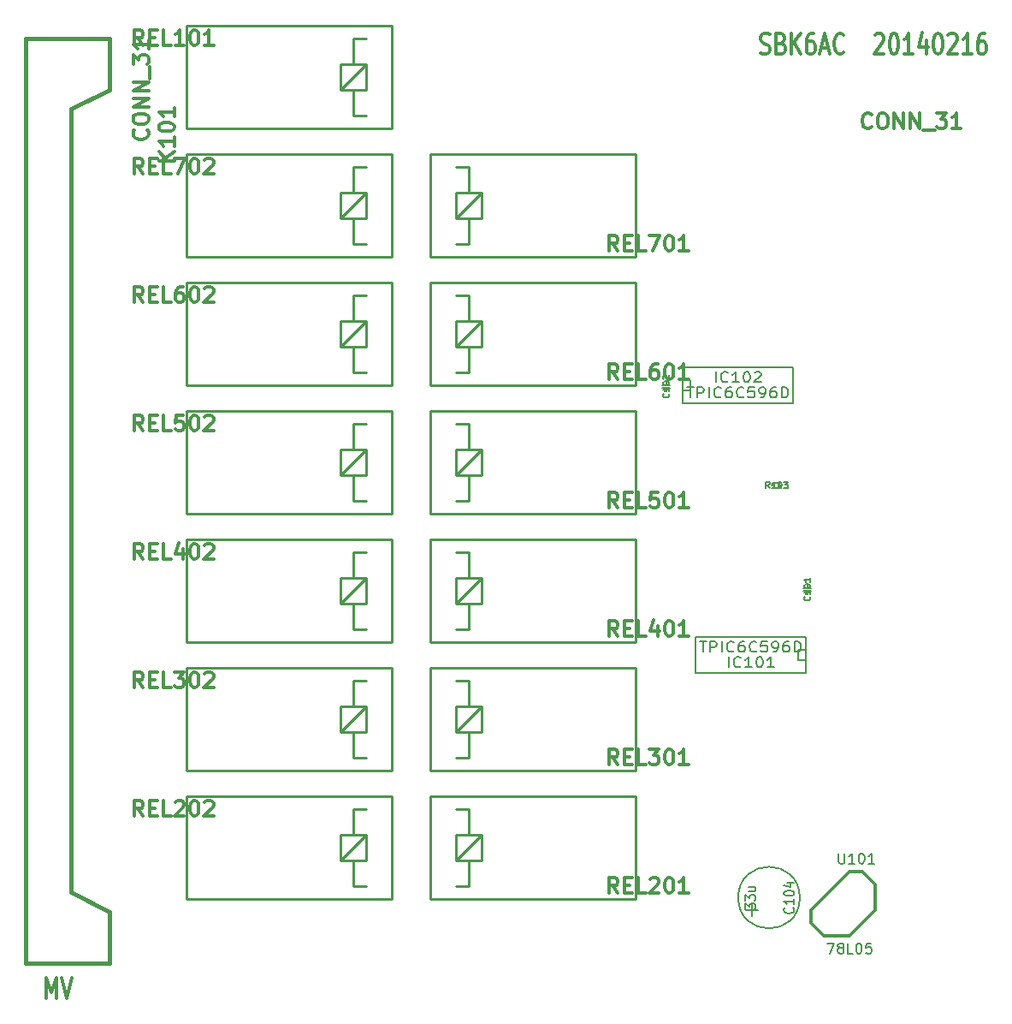
<source format=gto>
G04 #@! TF.GenerationSoftware,KiCad,Pcbnew,(5.1.5)-3*
G04 #@! TF.CreationDate,2021-08-30T19:45:08+02:00*
G04 #@! TF.ProjectId,sbk6ac,73626b36-6163-42e6-9b69-6361645f7063,0432 -*
G04 #@! TF.SameCoordinates,Original*
G04 #@! TF.FileFunction,Legend,Top*
G04 #@! TF.FilePolarity,Positive*
%FSLAX46Y46*%
G04 Gerber Fmt 4.6, Leading zero omitted, Abs format (unit mm)*
G04 Created by KiCad (PCBNEW (5.1.5)-3) date 2021-08-30 19:45:08*
%MOMM*%
%LPD*%
G04 APERTURE LIST*
%ADD10C,0.304800*%
%ADD11C,0.254000*%
%ADD12C,0.127000*%
%ADD13C,0.381000*%
%ADD14C,0.203200*%
G04 APERTURE END LIST*
D10*
X68688857Y-150779238D02*
X68688857Y-148747238D01*
X69196857Y-150198666D01*
X69704857Y-148747238D01*
X69704857Y-150779238D01*
X70212857Y-148747238D02*
X70720857Y-150779238D01*
X71228857Y-148747238D01*
X150694571Y-55595761D02*
X150767142Y-55499000D01*
X150912285Y-55402238D01*
X151275142Y-55402238D01*
X151420285Y-55499000D01*
X151492857Y-55595761D01*
X151565428Y-55789285D01*
X151565428Y-55982809D01*
X151492857Y-56273095D01*
X150622000Y-57434238D01*
X151565428Y-57434238D01*
X152508857Y-55402238D02*
X152654000Y-55402238D01*
X152799142Y-55499000D01*
X152871714Y-55595761D01*
X152944285Y-55789285D01*
X153016857Y-56176333D01*
X153016857Y-56660142D01*
X152944285Y-57047190D01*
X152871714Y-57240714D01*
X152799142Y-57337476D01*
X152654000Y-57434238D01*
X152508857Y-57434238D01*
X152363714Y-57337476D01*
X152291142Y-57240714D01*
X152218571Y-57047190D01*
X152146000Y-56660142D01*
X152146000Y-56176333D01*
X152218571Y-55789285D01*
X152291142Y-55595761D01*
X152363714Y-55499000D01*
X152508857Y-55402238D01*
X154468285Y-57434238D02*
X153597428Y-57434238D01*
X154032857Y-57434238D02*
X154032857Y-55402238D01*
X153887714Y-55692523D01*
X153742571Y-55886047D01*
X153597428Y-55982809D01*
X155774571Y-56079571D02*
X155774571Y-57434238D01*
X155411714Y-55305476D02*
X155048857Y-56756904D01*
X155992285Y-56756904D01*
X156863142Y-55402238D02*
X157008285Y-55402238D01*
X157153428Y-55499000D01*
X157226000Y-55595761D01*
X157298571Y-55789285D01*
X157371142Y-56176333D01*
X157371142Y-56660142D01*
X157298571Y-57047190D01*
X157226000Y-57240714D01*
X157153428Y-57337476D01*
X157008285Y-57434238D01*
X156863142Y-57434238D01*
X156718000Y-57337476D01*
X156645428Y-57240714D01*
X156572857Y-57047190D01*
X156500285Y-56660142D01*
X156500285Y-56176333D01*
X156572857Y-55789285D01*
X156645428Y-55595761D01*
X156718000Y-55499000D01*
X156863142Y-55402238D01*
X157951714Y-55595761D02*
X158024285Y-55499000D01*
X158169428Y-55402238D01*
X158532285Y-55402238D01*
X158677428Y-55499000D01*
X158750000Y-55595761D01*
X158822571Y-55789285D01*
X158822571Y-55982809D01*
X158750000Y-56273095D01*
X157879142Y-57434238D01*
X158822571Y-57434238D01*
X160274000Y-57434238D02*
X159403142Y-57434238D01*
X159838571Y-57434238D02*
X159838571Y-55402238D01*
X159693428Y-55692523D01*
X159548285Y-55886047D01*
X159403142Y-55982809D01*
X161580285Y-55402238D02*
X161290000Y-55402238D01*
X161144857Y-55499000D01*
X161072285Y-55595761D01*
X160927142Y-55886047D01*
X160854571Y-56273095D01*
X160854571Y-57047190D01*
X160927142Y-57240714D01*
X160999714Y-57337476D01*
X161144857Y-57434238D01*
X161435142Y-57434238D01*
X161580285Y-57337476D01*
X161652857Y-57240714D01*
X161725428Y-57047190D01*
X161725428Y-56563380D01*
X161652857Y-56369857D01*
X161580285Y-56273095D01*
X161435142Y-56176333D01*
X161144857Y-56176333D01*
X160999714Y-56273095D01*
X160927142Y-56369857D01*
X160854571Y-56563380D01*
X139409714Y-57337476D02*
X139627428Y-57434238D01*
X139990285Y-57434238D01*
X140135428Y-57337476D01*
X140208000Y-57240714D01*
X140280571Y-57047190D01*
X140280571Y-56853666D01*
X140208000Y-56660142D01*
X140135428Y-56563380D01*
X139990285Y-56466619D01*
X139700000Y-56369857D01*
X139554857Y-56273095D01*
X139482285Y-56176333D01*
X139409714Y-55982809D01*
X139409714Y-55789285D01*
X139482285Y-55595761D01*
X139554857Y-55499000D01*
X139700000Y-55402238D01*
X140062857Y-55402238D01*
X140280571Y-55499000D01*
X141441714Y-56369857D02*
X141659428Y-56466619D01*
X141732000Y-56563380D01*
X141804571Y-56756904D01*
X141804571Y-57047190D01*
X141732000Y-57240714D01*
X141659428Y-57337476D01*
X141514285Y-57434238D01*
X140933714Y-57434238D01*
X140933714Y-55402238D01*
X141441714Y-55402238D01*
X141586857Y-55499000D01*
X141659428Y-55595761D01*
X141732000Y-55789285D01*
X141732000Y-55982809D01*
X141659428Y-56176333D01*
X141586857Y-56273095D01*
X141441714Y-56369857D01*
X140933714Y-56369857D01*
X142457714Y-57434238D02*
X142457714Y-55402238D01*
X143328571Y-57434238D02*
X142675428Y-56273095D01*
X143328571Y-55402238D02*
X142457714Y-56563380D01*
X144634857Y-55402238D02*
X144344571Y-55402238D01*
X144199428Y-55499000D01*
X144126857Y-55595761D01*
X143981714Y-55886047D01*
X143909142Y-56273095D01*
X143909142Y-57047190D01*
X143981714Y-57240714D01*
X144054285Y-57337476D01*
X144199428Y-57434238D01*
X144489714Y-57434238D01*
X144634857Y-57337476D01*
X144707428Y-57240714D01*
X144780000Y-57047190D01*
X144780000Y-56563380D01*
X144707428Y-56369857D01*
X144634857Y-56273095D01*
X144489714Y-56176333D01*
X144199428Y-56176333D01*
X144054285Y-56273095D01*
X143981714Y-56369857D01*
X143909142Y-56563380D01*
X145360571Y-56853666D02*
X146086285Y-56853666D01*
X145215428Y-57434238D02*
X145723428Y-55402238D01*
X146231428Y-57434238D01*
X147610285Y-57240714D02*
X147537714Y-57337476D01*
X147320000Y-57434238D01*
X147174857Y-57434238D01*
X146957142Y-57337476D01*
X146812000Y-57143952D01*
X146739428Y-56950428D01*
X146666857Y-56563380D01*
X146666857Y-56273095D01*
X146739428Y-55886047D01*
X146812000Y-55692523D01*
X146957142Y-55499000D01*
X147174857Y-55402238D01*
X147320000Y-55402238D01*
X147537714Y-55499000D01*
X147610285Y-55595761D01*
X149479000Y-138303000D02*
X148209000Y-138303000D01*
X150749000Y-139573000D02*
X149479000Y-138303000D01*
X150749000Y-142113000D02*
X150749000Y-139573000D01*
X148209000Y-144653000D02*
X150749000Y-142113000D01*
X145669000Y-144653000D02*
X148209000Y-144653000D01*
X144399000Y-143383000D02*
X145669000Y-144653000D01*
X144399000Y-142113000D02*
X144399000Y-143383000D01*
X148209000Y-138303000D02*
X144399000Y-142113000D01*
D11*
X97790000Y-73660000D02*
X99060000Y-73660000D01*
X97790000Y-71120000D02*
X97790000Y-73660000D01*
X100330000Y-71120000D02*
X97790000Y-71120000D01*
X100330000Y-73660000D02*
X100330000Y-71120000D01*
X99060000Y-73660000D02*
X100330000Y-73660000D01*
X99060000Y-74930000D02*
X99060000Y-73660000D01*
X99060000Y-76200000D02*
X99060000Y-74930000D01*
X100330000Y-76200000D02*
X99060000Y-76200000D01*
X99060000Y-68580000D02*
X100330000Y-68580000D01*
X99060000Y-71120000D02*
X99060000Y-68580000D01*
X100330000Y-71120000D02*
X97790000Y-73660000D01*
X82550000Y-77470000D02*
X102870000Y-77470000D01*
X82550000Y-67310000D02*
X82550000Y-77470000D01*
X102870000Y-67310000D02*
X82550000Y-67310000D01*
X102870000Y-77470000D02*
X102870000Y-67310000D01*
X111760000Y-71120000D02*
X110490000Y-71120000D01*
X111760000Y-73660000D02*
X111760000Y-71120000D01*
X109220000Y-73660000D02*
X111760000Y-73660000D01*
X109220000Y-71120000D02*
X109220000Y-73660000D01*
X110490000Y-71120000D02*
X109220000Y-71120000D01*
X110490000Y-69850000D02*
X110490000Y-71120000D01*
X110490000Y-68580000D02*
X110490000Y-69850000D01*
X109220000Y-68580000D02*
X110490000Y-68580000D01*
X110490000Y-76200000D02*
X109220000Y-76200000D01*
X110490000Y-73660000D02*
X110490000Y-76200000D01*
X109220000Y-73660000D02*
X111760000Y-71120000D01*
X127000000Y-67310000D02*
X106680000Y-67310000D01*
X127000000Y-77470000D02*
X127000000Y-67310000D01*
X106680000Y-77470000D02*
X127000000Y-77470000D01*
X106680000Y-67310000D02*
X106680000Y-77470000D01*
X97790000Y-86360000D02*
X99060000Y-86360000D01*
X97790000Y-83820000D02*
X97790000Y-86360000D01*
X100330000Y-83820000D02*
X97790000Y-83820000D01*
X100330000Y-86360000D02*
X100330000Y-83820000D01*
X99060000Y-86360000D02*
X100330000Y-86360000D01*
X99060000Y-87630000D02*
X99060000Y-86360000D01*
X99060000Y-88900000D02*
X99060000Y-87630000D01*
X100330000Y-88900000D02*
X99060000Y-88900000D01*
X99060000Y-81280000D02*
X100330000Y-81280000D01*
X99060000Y-83820000D02*
X99060000Y-81280000D01*
X100330000Y-83820000D02*
X97790000Y-86360000D01*
X82550000Y-90170000D02*
X102870000Y-90170000D01*
X82550000Y-80010000D02*
X82550000Y-90170000D01*
X102870000Y-80010000D02*
X82550000Y-80010000D01*
X102870000Y-90170000D02*
X102870000Y-80010000D01*
X111760000Y-83820000D02*
X110490000Y-83820000D01*
X111760000Y-86360000D02*
X111760000Y-83820000D01*
X109220000Y-86360000D02*
X111760000Y-86360000D01*
X109220000Y-83820000D02*
X109220000Y-86360000D01*
X110490000Y-83820000D02*
X109220000Y-83820000D01*
X110490000Y-82550000D02*
X110490000Y-83820000D01*
X110490000Y-81280000D02*
X110490000Y-82550000D01*
X109220000Y-81280000D02*
X110490000Y-81280000D01*
X110490000Y-88900000D02*
X109220000Y-88900000D01*
X110490000Y-86360000D02*
X110490000Y-88900000D01*
X109220000Y-86360000D02*
X111760000Y-83820000D01*
X127000000Y-80010000D02*
X106680000Y-80010000D01*
X127000000Y-90170000D02*
X127000000Y-80010000D01*
X106680000Y-90170000D02*
X127000000Y-90170000D01*
X106680000Y-80010000D02*
X106680000Y-90170000D01*
X97790000Y-99060000D02*
X99060000Y-99060000D01*
X97790000Y-96520000D02*
X97790000Y-99060000D01*
X100330000Y-96520000D02*
X97790000Y-96520000D01*
X100330000Y-99060000D02*
X100330000Y-96520000D01*
X99060000Y-99060000D02*
X100330000Y-99060000D01*
X99060000Y-100330000D02*
X99060000Y-99060000D01*
X99060000Y-101600000D02*
X99060000Y-100330000D01*
X100330000Y-101600000D02*
X99060000Y-101600000D01*
X99060000Y-93980000D02*
X100330000Y-93980000D01*
X99060000Y-96520000D02*
X99060000Y-93980000D01*
X100330000Y-96520000D02*
X97790000Y-99060000D01*
X82550000Y-102870000D02*
X102870000Y-102870000D01*
X82550000Y-92710000D02*
X82550000Y-102870000D01*
X102870000Y-92710000D02*
X82550000Y-92710000D01*
X102870000Y-102870000D02*
X102870000Y-92710000D01*
X111760000Y-96520000D02*
X110490000Y-96520000D01*
X111760000Y-99060000D02*
X111760000Y-96520000D01*
X109220000Y-99060000D02*
X111760000Y-99060000D01*
X109220000Y-96520000D02*
X109220000Y-99060000D01*
X110490000Y-96520000D02*
X109220000Y-96520000D01*
X110490000Y-95250000D02*
X110490000Y-96520000D01*
X110490000Y-93980000D02*
X110490000Y-95250000D01*
X109220000Y-93980000D02*
X110490000Y-93980000D01*
X110490000Y-101600000D02*
X109220000Y-101600000D01*
X110490000Y-99060000D02*
X110490000Y-101600000D01*
X109220000Y-99060000D02*
X111760000Y-96520000D01*
X127000000Y-92710000D02*
X106680000Y-92710000D01*
X127000000Y-102870000D02*
X127000000Y-92710000D01*
X106680000Y-102870000D02*
X127000000Y-102870000D01*
X106680000Y-92710000D02*
X106680000Y-102870000D01*
X97790000Y-111760000D02*
X99060000Y-111760000D01*
X97790000Y-109220000D02*
X97790000Y-111760000D01*
X100330000Y-109220000D02*
X97790000Y-109220000D01*
X100330000Y-111760000D02*
X100330000Y-109220000D01*
X99060000Y-111760000D02*
X100330000Y-111760000D01*
X99060000Y-113030000D02*
X99060000Y-111760000D01*
X99060000Y-114300000D02*
X99060000Y-113030000D01*
X100330000Y-114300000D02*
X99060000Y-114300000D01*
X99060000Y-106680000D02*
X100330000Y-106680000D01*
X99060000Y-109220000D02*
X99060000Y-106680000D01*
X100330000Y-109220000D02*
X97790000Y-111760000D01*
X82550000Y-115570000D02*
X102870000Y-115570000D01*
X82550000Y-105410000D02*
X82550000Y-115570000D01*
X102870000Y-105410000D02*
X82550000Y-105410000D01*
X102870000Y-115570000D02*
X102870000Y-105410000D01*
X111760000Y-109220000D02*
X110490000Y-109220000D01*
X111760000Y-111760000D02*
X111760000Y-109220000D01*
X109220000Y-111760000D02*
X111760000Y-111760000D01*
X109220000Y-109220000D02*
X109220000Y-111760000D01*
X110490000Y-109220000D02*
X109220000Y-109220000D01*
X110490000Y-107950000D02*
X110490000Y-109220000D01*
X110490000Y-106680000D02*
X110490000Y-107950000D01*
X109220000Y-106680000D02*
X110490000Y-106680000D01*
X110490000Y-114300000D02*
X109220000Y-114300000D01*
X110490000Y-111760000D02*
X110490000Y-114300000D01*
X109220000Y-111760000D02*
X111760000Y-109220000D01*
X127000000Y-105410000D02*
X106680000Y-105410000D01*
X127000000Y-115570000D02*
X127000000Y-105410000D01*
X106680000Y-115570000D02*
X127000000Y-115570000D01*
X106680000Y-105410000D02*
X106680000Y-115570000D01*
X97790000Y-124460000D02*
X99060000Y-124460000D01*
X97790000Y-121920000D02*
X97790000Y-124460000D01*
X100330000Y-121920000D02*
X97790000Y-121920000D01*
X100330000Y-124460000D02*
X100330000Y-121920000D01*
X99060000Y-124460000D02*
X100330000Y-124460000D01*
X99060000Y-125730000D02*
X99060000Y-124460000D01*
X99060000Y-127000000D02*
X99060000Y-125730000D01*
X100330000Y-127000000D02*
X99060000Y-127000000D01*
X99060000Y-119380000D02*
X100330000Y-119380000D01*
X99060000Y-121920000D02*
X99060000Y-119380000D01*
X100330000Y-121920000D02*
X97790000Y-124460000D01*
X82550000Y-128270000D02*
X102870000Y-128270000D01*
X82550000Y-118110000D02*
X82550000Y-128270000D01*
X102870000Y-118110000D02*
X82550000Y-118110000D01*
X102870000Y-128270000D02*
X102870000Y-118110000D01*
X111760000Y-121920000D02*
X110490000Y-121920000D01*
X111760000Y-124460000D02*
X111760000Y-121920000D01*
X109220000Y-124460000D02*
X111760000Y-124460000D01*
X109220000Y-121920000D02*
X109220000Y-124460000D01*
X110490000Y-121920000D02*
X109220000Y-121920000D01*
X110490000Y-120650000D02*
X110490000Y-121920000D01*
X110490000Y-119380000D02*
X110490000Y-120650000D01*
X109220000Y-119380000D02*
X110490000Y-119380000D01*
X110490000Y-127000000D02*
X109220000Y-127000000D01*
X110490000Y-124460000D02*
X110490000Y-127000000D01*
X109220000Y-124460000D02*
X111760000Y-121920000D01*
X127000000Y-118110000D02*
X106680000Y-118110000D01*
X127000000Y-128270000D02*
X127000000Y-118110000D01*
X106680000Y-128270000D02*
X127000000Y-128270000D01*
X106680000Y-118110000D02*
X106680000Y-128270000D01*
X97790000Y-137160000D02*
X99060000Y-137160000D01*
X97790000Y-134620000D02*
X97790000Y-137160000D01*
X100330000Y-134620000D02*
X97790000Y-134620000D01*
X100330000Y-137160000D02*
X100330000Y-134620000D01*
X99060000Y-137160000D02*
X100330000Y-137160000D01*
X99060000Y-138430000D02*
X99060000Y-137160000D01*
X99060000Y-139700000D02*
X99060000Y-138430000D01*
X100330000Y-139700000D02*
X99060000Y-139700000D01*
X99060000Y-132080000D02*
X100330000Y-132080000D01*
X99060000Y-134620000D02*
X99060000Y-132080000D01*
X100330000Y-134620000D02*
X97790000Y-137160000D01*
X82550000Y-140970000D02*
X102870000Y-140970000D01*
X82550000Y-130810000D02*
X82550000Y-140970000D01*
X102870000Y-130810000D02*
X82550000Y-130810000D01*
X102870000Y-140970000D02*
X102870000Y-130810000D01*
X111760000Y-134620000D02*
X110490000Y-134620000D01*
X111760000Y-137160000D02*
X111760000Y-134620000D01*
X109220000Y-137160000D02*
X111760000Y-137160000D01*
X109220000Y-134620000D02*
X109220000Y-137160000D01*
X110490000Y-134620000D02*
X109220000Y-134620000D01*
X110490000Y-133350000D02*
X110490000Y-134620000D01*
X110490000Y-132080000D02*
X110490000Y-133350000D01*
X109220000Y-132080000D02*
X110490000Y-132080000D01*
X110490000Y-139700000D02*
X109220000Y-139700000D01*
X110490000Y-137160000D02*
X110490000Y-139700000D01*
X109220000Y-137160000D02*
X111760000Y-134620000D01*
X127000000Y-130810000D02*
X106680000Y-130810000D01*
X127000000Y-140970000D02*
X127000000Y-130810000D01*
X106680000Y-140970000D02*
X127000000Y-140970000D01*
X106680000Y-130810000D02*
X106680000Y-140970000D01*
X97790000Y-60960000D02*
X99060000Y-60960000D01*
X97790000Y-58420000D02*
X97790000Y-60960000D01*
X100330000Y-58420000D02*
X97790000Y-58420000D01*
X100330000Y-60960000D02*
X100330000Y-58420000D01*
X99060000Y-60960000D02*
X100330000Y-60960000D01*
X99060000Y-62230000D02*
X99060000Y-60960000D01*
X99060000Y-63500000D02*
X99060000Y-62230000D01*
X100330000Y-63500000D02*
X99060000Y-63500000D01*
X99060000Y-55880000D02*
X100330000Y-55880000D01*
X99060000Y-58420000D02*
X99060000Y-55880000D01*
X100330000Y-58420000D02*
X97790000Y-60960000D01*
X82550000Y-64770000D02*
X102870000Y-64770000D01*
X82550000Y-54610000D02*
X82550000Y-64770000D01*
X102870000Y-54610000D02*
X82550000Y-54610000D01*
X102870000Y-64770000D02*
X102870000Y-54610000D01*
D12*
X141224000Y-99822000D02*
X140716000Y-99822000D01*
X141224000Y-100330000D02*
X141224000Y-99822000D01*
X140716000Y-100330000D02*
X141224000Y-100330000D01*
X140716000Y-100203000D02*
X140716000Y-100330000D01*
X140716000Y-99822000D02*
X140716000Y-100203000D01*
X140462000Y-100076000D02*
X140716000Y-100076000D01*
X141224000Y-100076000D02*
X141478000Y-100076000D01*
D13*
X74930000Y-55880000D02*
X66675000Y-55880000D01*
X74930000Y-60960000D02*
X74930000Y-55880000D01*
X71120000Y-62865000D02*
X74930000Y-60960000D01*
X71120000Y-140335000D02*
X71120000Y-62865000D01*
X74930000Y-142240000D02*
X71120000Y-140335000D01*
X74930000Y-147320000D02*
X74930000Y-142240000D01*
X66675000Y-147320000D02*
X74930000Y-147320000D01*
X66675000Y-55880000D02*
X66675000Y-147320000D01*
D14*
X132461000Y-90678000D02*
X131699000Y-90678000D01*
X132461000Y-89662000D02*
X132461000Y-90678000D01*
X131699000Y-89662000D02*
X132461000Y-89662000D01*
X131699000Y-91948000D02*
X131699000Y-88392000D01*
X142621000Y-91948000D02*
X131699000Y-91948000D01*
X142621000Y-88392000D02*
X142621000Y-91948000D01*
X131699000Y-88392000D02*
X142621000Y-88392000D01*
X143129000Y-116332000D02*
X143891000Y-116332000D01*
X143129000Y-117348000D02*
X143129000Y-116332000D01*
X143891000Y-117348000D02*
X143129000Y-117348000D01*
X143891000Y-115062000D02*
X143891000Y-118618000D01*
X132969000Y-115062000D02*
X143891000Y-115062000D01*
X132969000Y-118618000D02*
X132969000Y-115062000D01*
X143891000Y-118618000D02*
X132969000Y-118618000D01*
X143256000Y-140843000D02*
G75*
G03X143256000Y-140843000I-3048000J0D01*
G01*
D12*
X129667000Y-90424000D02*
X130429000Y-90424000D01*
X130048000Y-90424000D02*
X129667000Y-90424000D01*
X130048000Y-90805000D02*
X130048000Y-90424000D01*
X129667000Y-90170000D02*
X130429000Y-90170000D01*
X130048000Y-90170000D02*
X130048000Y-89789000D01*
X143637000Y-110490000D02*
X144399000Y-110490000D01*
X144018000Y-110490000D02*
X143637000Y-110490000D01*
X144018000Y-110871000D02*
X144018000Y-110490000D01*
X143637000Y-110236000D02*
X144399000Y-110236000D01*
X144018000Y-110236000D02*
X144018000Y-109855000D01*
D14*
X147102285Y-136476619D02*
X147102285Y-137299095D01*
X147150666Y-137395857D01*
X147199047Y-137444238D01*
X147295809Y-137492619D01*
X147489333Y-137492619D01*
X147586095Y-137444238D01*
X147634476Y-137395857D01*
X147682857Y-137299095D01*
X147682857Y-136476619D01*
X148698857Y-137492619D02*
X148118285Y-137492619D01*
X148408571Y-137492619D02*
X148408571Y-136476619D01*
X148311809Y-136621761D01*
X148215047Y-136718523D01*
X148118285Y-136766904D01*
X149327809Y-136476619D02*
X149424571Y-136476619D01*
X149521333Y-136525000D01*
X149569714Y-136573380D01*
X149618095Y-136670142D01*
X149666476Y-136863666D01*
X149666476Y-137105571D01*
X149618095Y-137299095D01*
X149569714Y-137395857D01*
X149521333Y-137444238D01*
X149424571Y-137492619D01*
X149327809Y-137492619D01*
X149231047Y-137444238D01*
X149182666Y-137395857D01*
X149134285Y-137299095D01*
X149085904Y-137105571D01*
X149085904Y-136863666D01*
X149134285Y-136670142D01*
X149182666Y-136573380D01*
X149231047Y-136525000D01*
X149327809Y-136476619D01*
X150634095Y-137492619D02*
X150053523Y-137492619D01*
X150343809Y-137492619D02*
X150343809Y-136476619D01*
X150247047Y-136621761D01*
X150150285Y-136718523D01*
X150053523Y-136766904D01*
X146007666Y-145366619D02*
X146685000Y-145366619D01*
X146249571Y-146382619D01*
X147217190Y-145802047D02*
X147120428Y-145753666D01*
X147072047Y-145705285D01*
X147023666Y-145608523D01*
X147023666Y-145560142D01*
X147072047Y-145463380D01*
X147120428Y-145415000D01*
X147217190Y-145366619D01*
X147410714Y-145366619D01*
X147507476Y-145415000D01*
X147555857Y-145463380D01*
X147604238Y-145560142D01*
X147604238Y-145608523D01*
X147555857Y-145705285D01*
X147507476Y-145753666D01*
X147410714Y-145802047D01*
X147217190Y-145802047D01*
X147120428Y-145850428D01*
X147072047Y-145898809D01*
X147023666Y-145995571D01*
X147023666Y-146189095D01*
X147072047Y-146285857D01*
X147120428Y-146334238D01*
X147217190Y-146382619D01*
X147410714Y-146382619D01*
X147507476Y-146334238D01*
X147555857Y-146285857D01*
X147604238Y-146189095D01*
X147604238Y-145995571D01*
X147555857Y-145898809D01*
X147507476Y-145850428D01*
X147410714Y-145802047D01*
X148523476Y-146382619D02*
X148039666Y-146382619D01*
X148039666Y-145366619D01*
X149055666Y-145366619D02*
X149152428Y-145366619D01*
X149249190Y-145415000D01*
X149297571Y-145463380D01*
X149345952Y-145560142D01*
X149394333Y-145753666D01*
X149394333Y-145995571D01*
X149345952Y-146189095D01*
X149297571Y-146285857D01*
X149249190Y-146334238D01*
X149152428Y-146382619D01*
X149055666Y-146382619D01*
X148958904Y-146334238D01*
X148910523Y-146285857D01*
X148862142Y-146189095D01*
X148813761Y-145995571D01*
X148813761Y-145753666D01*
X148862142Y-145560142D01*
X148910523Y-145463380D01*
X148958904Y-145415000D01*
X149055666Y-145366619D01*
X150313571Y-145366619D02*
X149829761Y-145366619D01*
X149781380Y-145850428D01*
X149829761Y-145802047D01*
X149926523Y-145753666D01*
X150168428Y-145753666D01*
X150265190Y-145802047D01*
X150313571Y-145850428D01*
X150361952Y-145947190D01*
X150361952Y-146189095D01*
X150313571Y-146285857D01*
X150265190Y-146334238D01*
X150168428Y-146382619D01*
X149926523Y-146382619D01*
X149829761Y-146334238D01*
X149781380Y-146285857D01*
D10*
X78268285Y-69269428D02*
X77760285Y-68543714D01*
X77397428Y-69269428D02*
X77397428Y-67745428D01*
X77978000Y-67745428D01*
X78123142Y-67818000D01*
X78195714Y-67890571D01*
X78268285Y-68035714D01*
X78268285Y-68253428D01*
X78195714Y-68398571D01*
X78123142Y-68471142D01*
X77978000Y-68543714D01*
X77397428Y-68543714D01*
X78921428Y-68471142D02*
X79429428Y-68471142D01*
X79647142Y-69269428D02*
X78921428Y-69269428D01*
X78921428Y-67745428D01*
X79647142Y-67745428D01*
X81026000Y-69269428D02*
X80300285Y-69269428D01*
X80300285Y-67745428D01*
X81388857Y-67745428D02*
X82404857Y-67745428D01*
X81751714Y-69269428D01*
X83275714Y-67745428D02*
X83420857Y-67745428D01*
X83566000Y-67818000D01*
X83638571Y-67890571D01*
X83711142Y-68035714D01*
X83783714Y-68326000D01*
X83783714Y-68688857D01*
X83711142Y-68979142D01*
X83638571Y-69124285D01*
X83566000Y-69196857D01*
X83420857Y-69269428D01*
X83275714Y-69269428D01*
X83130571Y-69196857D01*
X83058000Y-69124285D01*
X82985428Y-68979142D01*
X82912857Y-68688857D01*
X82912857Y-68326000D01*
X82985428Y-68035714D01*
X83058000Y-67890571D01*
X83130571Y-67818000D01*
X83275714Y-67745428D01*
X84364285Y-67890571D02*
X84436857Y-67818000D01*
X84582000Y-67745428D01*
X84944857Y-67745428D01*
X85090000Y-67818000D01*
X85162571Y-67890571D01*
X85235142Y-68035714D01*
X85235142Y-68180857D01*
X85162571Y-68398571D01*
X84291714Y-69269428D01*
X85235142Y-69269428D01*
X125258285Y-76889428D02*
X124750285Y-76163714D01*
X124387428Y-76889428D02*
X124387428Y-75365428D01*
X124968000Y-75365428D01*
X125113142Y-75438000D01*
X125185714Y-75510571D01*
X125258285Y-75655714D01*
X125258285Y-75873428D01*
X125185714Y-76018571D01*
X125113142Y-76091142D01*
X124968000Y-76163714D01*
X124387428Y-76163714D01*
X125911428Y-76091142D02*
X126419428Y-76091142D01*
X126637142Y-76889428D02*
X125911428Y-76889428D01*
X125911428Y-75365428D01*
X126637142Y-75365428D01*
X128016000Y-76889428D02*
X127290285Y-76889428D01*
X127290285Y-75365428D01*
X128378857Y-75365428D02*
X129394857Y-75365428D01*
X128741714Y-76889428D01*
X130265714Y-75365428D02*
X130410857Y-75365428D01*
X130556000Y-75438000D01*
X130628571Y-75510571D01*
X130701142Y-75655714D01*
X130773714Y-75946000D01*
X130773714Y-76308857D01*
X130701142Y-76599142D01*
X130628571Y-76744285D01*
X130556000Y-76816857D01*
X130410857Y-76889428D01*
X130265714Y-76889428D01*
X130120571Y-76816857D01*
X130048000Y-76744285D01*
X129975428Y-76599142D01*
X129902857Y-76308857D01*
X129902857Y-75946000D01*
X129975428Y-75655714D01*
X130048000Y-75510571D01*
X130120571Y-75438000D01*
X130265714Y-75365428D01*
X132225142Y-76889428D02*
X131354285Y-76889428D01*
X131789714Y-76889428D02*
X131789714Y-75365428D01*
X131644571Y-75583142D01*
X131499428Y-75728285D01*
X131354285Y-75800857D01*
X78268285Y-81969428D02*
X77760285Y-81243714D01*
X77397428Y-81969428D02*
X77397428Y-80445428D01*
X77978000Y-80445428D01*
X78123142Y-80518000D01*
X78195714Y-80590571D01*
X78268285Y-80735714D01*
X78268285Y-80953428D01*
X78195714Y-81098571D01*
X78123142Y-81171142D01*
X77978000Y-81243714D01*
X77397428Y-81243714D01*
X78921428Y-81171142D02*
X79429428Y-81171142D01*
X79647142Y-81969428D02*
X78921428Y-81969428D01*
X78921428Y-80445428D01*
X79647142Y-80445428D01*
X81026000Y-81969428D02*
X80300285Y-81969428D01*
X80300285Y-80445428D01*
X82187142Y-80445428D02*
X81896857Y-80445428D01*
X81751714Y-80518000D01*
X81679142Y-80590571D01*
X81534000Y-80808285D01*
X81461428Y-81098571D01*
X81461428Y-81679142D01*
X81534000Y-81824285D01*
X81606571Y-81896857D01*
X81751714Y-81969428D01*
X82042000Y-81969428D01*
X82187142Y-81896857D01*
X82259714Y-81824285D01*
X82332285Y-81679142D01*
X82332285Y-81316285D01*
X82259714Y-81171142D01*
X82187142Y-81098571D01*
X82042000Y-81026000D01*
X81751714Y-81026000D01*
X81606571Y-81098571D01*
X81534000Y-81171142D01*
X81461428Y-81316285D01*
X83275714Y-80445428D02*
X83420857Y-80445428D01*
X83566000Y-80518000D01*
X83638571Y-80590571D01*
X83711142Y-80735714D01*
X83783714Y-81026000D01*
X83783714Y-81388857D01*
X83711142Y-81679142D01*
X83638571Y-81824285D01*
X83566000Y-81896857D01*
X83420857Y-81969428D01*
X83275714Y-81969428D01*
X83130571Y-81896857D01*
X83058000Y-81824285D01*
X82985428Y-81679142D01*
X82912857Y-81388857D01*
X82912857Y-81026000D01*
X82985428Y-80735714D01*
X83058000Y-80590571D01*
X83130571Y-80518000D01*
X83275714Y-80445428D01*
X84364285Y-80590571D02*
X84436857Y-80518000D01*
X84582000Y-80445428D01*
X84944857Y-80445428D01*
X85090000Y-80518000D01*
X85162571Y-80590571D01*
X85235142Y-80735714D01*
X85235142Y-80880857D01*
X85162571Y-81098571D01*
X84291714Y-81969428D01*
X85235142Y-81969428D01*
X125258285Y-89589428D02*
X124750285Y-88863714D01*
X124387428Y-89589428D02*
X124387428Y-88065428D01*
X124968000Y-88065428D01*
X125113142Y-88138000D01*
X125185714Y-88210571D01*
X125258285Y-88355714D01*
X125258285Y-88573428D01*
X125185714Y-88718571D01*
X125113142Y-88791142D01*
X124968000Y-88863714D01*
X124387428Y-88863714D01*
X125911428Y-88791142D02*
X126419428Y-88791142D01*
X126637142Y-89589428D02*
X125911428Y-89589428D01*
X125911428Y-88065428D01*
X126637142Y-88065428D01*
X128016000Y-89589428D02*
X127290285Y-89589428D01*
X127290285Y-88065428D01*
X129177142Y-88065428D02*
X128886857Y-88065428D01*
X128741714Y-88138000D01*
X128669142Y-88210571D01*
X128524000Y-88428285D01*
X128451428Y-88718571D01*
X128451428Y-89299142D01*
X128524000Y-89444285D01*
X128596571Y-89516857D01*
X128741714Y-89589428D01*
X129032000Y-89589428D01*
X129177142Y-89516857D01*
X129249714Y-89444285D01*
X129322285Y-89299142D01*
X129322285Y-88936285D01*
X129249714Y-88791142D01*
X129177142Y-88718571D01*
X129032000Y-88646000D01*
X128741714Y-88646000D01*
X128596571Y-88718571D01*
X128524000Y-88791142D01*
X128451428Y-88936285D01*
X130265714Y-88065428D02*
X130410857Y-88065428D01*
X130556000Y-88138000D01*
X130628571Y-88210571D01*
X130701142Y-88355714D01*
X130773714Y-88646000D01*
X130773714Y-89008857D01*
X130701142Y-89299142D01*
X130628571Y-89444285D01*
X130556000Y-89516857D01*
X130410857Y-89589428D01*
X130265714Y-89589428D01*
X130120571Y-89516857D01*
X130048000Y-89444285D01*
X129975428Y-89299142D01*
X129902857Y-89008857D01*
X129902857Y-88646000D01*
X129975428Y-88355714D01*
X130048000Y-88210571D01*
X130120571Y-88138000D01*
X130265714Y-88065428D01*
X132225142Y-89589428D02*
X131354285Y-89589428D01*
X131789714Y-89589428D02*
X131789714Y-88065428D01*
X131644571Y-88283142D01*
X131499428Y-88428285D01*
X131354285Y-88500857D01*
X78268285Y-94669428D02*
X77760285Y-93943714D01*
X77397428Y-94669428D02*
X77397428Y-93145428D01*
X77978000Y-93145428D01*
X78123142Y-93218000D01*
X78195714Y-93290571D01*
X78268285Y-93435714D01*
X78268285Y-93653428D01*
X78195714Y-93798571D01*
X78123142Y-93871142D01*
X77978000Y-93943714D01*
X77397428Y-93943714D01*
X78921428Y-93871142D02*
X79429428Y-93871142D01*
X79647142Y-94669428D02*
X78921428Y-94669428D01*
X78921428Y-93145428D01*
X79647142Y-93145428D01*
X81026000Y-94669428D02*
X80300285Y-94669428D01*
X80300285Y-93145428D01*
X82259714Y-93145428D02*
X81534000Y-93145428D01*
X81461428Y-93871142D01*
X81534000Y-93798571D01*
X81679142Y-93726000D01*
X82042000Y-93726000D01*
X82187142Y-93798571D01*
X82259714Y-93871142D01*
X82332285Y-94016285D01*
X82332285Y-94379142D01*
X82259714Y-94524285D01*
X82187142Y-94596857D01*
X82042000Y-94669428D01*
X81679142Y-94669428D01*
X81534000Y-94596857D01*
X81461428Y-94524285D01*
X83275714Y-93145428D02*
X83420857Y-93145428D01*
X83566000Y-93218000D01*
X83638571Y-93290571D01*
X83711142Y-93435714D01*
X83783714Y-93726000D01*
X83783714Y-94088857D01*
X83711142Y-94379142D01*
X83638571Y-94524285D01*
X83566000Y-94596857D01*
X83420857Y-94669428D01*
X83275714Y-94669428D01*
X83130571Y-94596857D01*
X83058000Y-94524285D01*
X82985428Y-94379142D01*
X82912857Y-94088857D01*
X82912857Y-93726000D01*
X82985428Y-93435714D01*
X83058000Y-93290571D01*
X83130571Y-93218000D01*
X83275714Y-93145428D01*
X84364285Y-93290571D02*
X84436857Y-93218000D01*
X84582000Y-93145428D01*
X84944857Y-93145428D01*
X85090000Y-93218000D01*
X85162571Y-93290571D01*
X85235142Y-93435714D01*
X85235142Y-93580857D01*
X85162571Y-93798571D01*
X84291714Y-94669428D01*
X85235142Y-94669428D01*
X125258285Y-102289428D02*
X124750285Y-101563714D01*
X124387428Y-102289428D02*
X124387428Y-100765428D01*
X124968000Y-100765428D01*
X125113142Y-100838000D01*
X125185714Y-100910571D01*
X125258285Y-101055714D01*
X125258285Y-101273428D01*
X125185714Y-101418571D01*
X125113142Y-101491142D01*
X124968000Y-101563714D01*
X124387428Y-101563714D01*
X125911428Y-101491142D02*
X126419428Y-101491142D01*
X126637142Y-102289428D02*
X125911428Y-102289428D01*
X125911428Y-100765428D01*
X126637142Y-100765428D01*
X128016000Y-102289428D02*
X127290285Y-102289428D01*
X127290285Y-100765428D01*
X129249714Y-100765428D02*
X128524000Y-100765428D01*
X128451428Y-101491142D01*
X128524000Y-101418571D01*
X128669142Y-101346000D01*
X129032000Y-101346000D01*
X129177142Y-101418571D01*
X129249714Y-101491142D01*
X129322285Y-101636285D01*
X129322285Y-101999142D01*
X129249714Y-102144285D01*
X129177142Y-102216857D01*
X129032000Y-102289428D01*
X128669142Y-102289428D01*
X128524000Y-102216857D01*
X128451428Y-102144285D01*
X130265714Y-100765428D02*
X130410857Y-100765428D01*
X130556000Y-100838000D01*
X130628571Y-100910571D01*
X130701142Y-101055714D01*
X130773714Y-101346000D01*
X130773714Y-101708857D01*
X130701142Y-101999142D01*
X130628571Y-102144285D01*
X130556000Y-102216857D01*
X130410857Y-102289428D01*
X130265714Y-102289428D01*
X130120571Y-102216857D01*
X130048000Y-102144285D01*
X129975428Y-101999142D01*
X129902857Y-101708857D01*
X129902857Y-101346000D01*
X129975428Y-101055714D01*
X130048000Y-100910571D01*
X130120571Y-100838000D01*
X130265714Y-100765428D01*
X132225142Y-102289428D02*
X131354285Y-102289428D01*
X131789714Y-102289428D02*
X131789714Y-100765428D01*
X131644571Y-100983142D01*
X131499428Y-101128285D01*
X131354285Y-101200857D01*
X78268285Y-107369428D02*
X77760285Y-106643714D01*
X77397428Y-107369428D02*
X77397428Y-105845428D01*
X77978000Y-105845428D01*
X78123142Y-105918000D01*
X78195714Y-105990571D01*
X78268285Y-106135714D01*
X78268285Y-106353428D01*
X78195714Y-106498571D01*
X78123142Y-106571142D01*
X77978000Y-106643714D01*
X77397428Y-106643714D01*
X78921428Y-106571142D02*
X79429428Y-106571142D01*
X79647142Y-107369428D02*
X78921428Y-107369428D01*
X78921428Y-105845428D01*
X79647142Y-105845428D01*
X81026000Y-107369428D02*
X80300285Y-107369428D01*
X80300285Y-105845428D01*
X82187142Y-106353428D02*
X82187142Y-107369428D01*
X81824285Y-105772857D02*
X81461428Y-106861428D01*
X82404857Y-106861428D01*
X83275714Y-105845428D02*
X83420857Y-105845428D01*
X83566000Y-105918000D01*
X83638571Y-105990571D01*
X83711142Y-106135714D01*
X83783714Y-106426000D01*
X83783714Y-106788857D01*
X83711142Y-107079142D01*
X83638571Y-107224285D01*
X83566000Y-107296857D01*
X83420857Y-107369428D01*
X83275714Y-107369428D01*
X83130571Y-107296857D01*
X83058000Y-107224285D01*
X82985428Y-107079142D01*
X82912857Y-106788857D01*
X82912857Y-106426000D01*
X82985428Y-106135714D01*
X83058000Y-105990571D01*
X83130571Y-105918000D01*
X83275714Y-105845428D01*
X84364285Y-105990571D02*
X84436857Y-105918000D01*
X84582000Y-105845428D01*
X84944857Y-105845428D01*
X85090000Y-105918000D01*
X85162571Y-105990571D01*
X85235142Y-106135714D01*
X85235142Y-106280857D01*
X85162571Y-106498571D01*
X84291714Y-107369428D01*
X85235142Y-107369428D01*
X125258285Y-114989428D02*
X124750285Y-114263714D01*
X124387428Y-114989428D02*
X124387428Y-113465428D01*
X124968000Y-113465428D01*
X125113142Y-113538000D01*
X125185714Y-113610571D01*
X125258285Y-113755714D01*
X125258285Y-113973428D01*
X125185714Y-114118571D01*
X125113142Y-114191142D01*
X124968000Y-114263714D01*
X124387428Y-114263714D01*
X125911428Y-114191142D02*
X126419428Y-114191142D01*
X126637142Y-114989428D02*
X125911428Y-114989428D01*
X125911428Y-113465428D01*
X126637142Y-113465428D01*
X128016000Y-114989428D02*
X127290285Y-114989428D01*
X127290285Y-113465428D01*
X129177142Y-113973428D02*
X129177142Y-114989428D01*
X128814285Y-113392857D02*
X128451428Y-114481428D01*
X129394857Y-114481428D01*
X130265714Y-113465428D02*
X130410857Y-113465428D01*
X130556000Y-113538000D01*
X130628571Y-113610571D01*
X130701142Y-113755714D01*
X130773714Y-114046000D01*
X130773714Y-114408857D01*
X130701142Y-114699142D01*
X130628571Y-114844285D01*
X130556000Y-114916857D01*
X130410857Y-114989428D01*
X130265714Y-114989428D01*
X130120571Y-114916857D01*
X130048000Y-114844285D01*
X129975428Y-114699142D01*
X129902857Y-114408857D01*
X129902857Y-114046000D01*
X129975428Y-113755714D01*
X130048000Y-113610571D01*
X130120571Y-113538000D01*
X130265714Y-113465428D01*
X132225142Y-114989428D02*
X131354285Y-114989428D01*
X131789714Y-114989428D02*
X131789714Y-113465428D01*
X131644571Y-113683142D01*
X131499428Y-113828285D01*
X131354285Y-113900857D01*
X78268285Y-120069428D02*
X77760285Y-119343714D01*
X77397428Y-120069428D02*
X77397428Y-118545428D01*
X77978000Y-118545428D01*
X78123142Y-118618000D01*
X78195714Y-118690571D01*
X78268285Y-118835714D01*
X78268285Y-119053428D01*
X78195714Y-119198571D01*
X78123142Y-119271142D01*
X77978000Y-119343714D01*
X77397428Y-119343714D01*
X78921428Y-119271142D02*
X79429428Y-119271142D01*
X79647142Y-120069428D02*
X78921428Y-120069428D01*
X78921428Y-118545428D01*
X79647142Y-118545428D01*
X81026000Y-120069428D02*
X80300285Y-120069428D01*
X80300285Y-118545428D01*
X81388857Y-118545428D02*
X82332285Y-118545428D01*
X81824285Y-119126000D01*
X82042000Y-119126000D01*
X82187142Y-119198571D01*
X82259714Y-119271142D01*
X82332285Y-119416285D01*
X82332285Y-119779142D01*
X82259714Y-119924285D01*
X82187142Y-119996857D01*
X82042000Y-120069428D01*
X81606571Y-120069428D01*
X81461428Y-119996857D01*
X81388857Y-119924285D01*
X83275714Y-118545428D02*
X83420857Y-118545428D01*
X83566000Y-118618000D01*
X83638571Y-118690571D01*
X83711142Y-118835714D01*
X83783714Y-119126000D01*
X83783714Y-119488857D01*
X83711142Y-119779142D01*
X83638571Y-119924285D01*
X83566000Y-119996857D01*
X83420857Y-120069428D01*
X83275714Y-120069428D01*
X83130571Y-119996857D01*
X83058000Y-119924285D01*
X82985428Y-119779142D01*
X82912857Y-119488857D01*
X82912857Y-119126000D01*
X82985428Y-118835714D01*
X83058000Y-118690571D01*
X83130571Y-118618000D01*
X83275714Y-118545428D01*
X84364285Y-118690571D02*
X84436857Y-118618000D01*
X84582000Y-118545428D01*
X84944857Y-118545428D01*
X85090000Y-118618000D01*
X85162571Y-118690571D01*
X85235142Y-118835714D01*
X85235142Y-118980857D01*
X85162571Y-119198571D01*
X84291714Y-120069428D01*
X85235142Y-120069428D01*
X125258285Y-127689428D02*
X124750285Y-126963714D01*
X124387428Y-127689428D02*
X124387428Y-126165428D01*
X124968000Y-126165428D01*
X125113142Y-126238000D01*
X125185714Y-126310571D01*
X125258285Y-126455714D01*
X125258285Y-126673428D01*
X125185714Y-126818571D01*
X125113142Y-126891142D01*
X124968000Y-126963714D01*
X124387428Y-126963714D01*
X125911428Y-126891142D02*
X126419428Y-126891142D01*
X126637142Y-127689428D02*
X125911428Y-127689428D01*
X125911428Y-126165428D01*
X126637142Y-126165428D01*
X128016000Y-127689428D02*
X127290285Y-127689428D01*
X127290285Y-126165428D01*
X128378857Y-126165428D02*
X129322285Y-126165428D01*
X128814285Y-126746000D01*
X129032000Y-126746000D01*
X129177142Y-126818571D01*
X129249714Y-126891142D01*
X129322285Y-127036285D01*
X129322285Y-127399142D01*
X129249714Y-127544285D01*
X129177142Y-127616857D01*
X129032000Y-127689428D01*
X128596571Y-127689428D01*
X128451428Y-127616857D01*
X128378857Y-127544285D01*
X130265714Y-126165428D02*
X130410857Y-126165428D01*
X130556000Y-126238000D01*
X130628571Y-126310571D01*
X130701142Y-126455714D01*
X130773714Y-126746000D01*
X130773714Y-127108857D01*
X130701142Y-127399142D01*
X130628571Y-127544285D01*
X130556000Y-127616857D01*
X130410857Y-127689428D01*
X130265714Y-127689428D01*
X130120571Y-127616857D01*
X130048000Y-127544285D01*
X129975428Y-127399142D01*
X129902857Y-127108857D01*
X129902857Y-126746000D01*
X129975428Y-126455714D01*
X130048000Y-126310571D01*
X130120571Y-126238000D01*
X130265714Y-126165428D01*
X132225142Y-127689428D02*
X131354285Y-127689428D01*
X131789714Y-127689428D02*
X131789714Y-126165428D01*
X131644571Y-126383142D01*
X131499428Y-126528285D01*
X131354285Y-126600857D01*
X78268285Y-132769428D02*
X77760285Y-132043714D01*
X77397428Y-132769428D02*
X77397428Y-131245428D01*
X77978000Y-131245428D01*
X78123142Y-131318000D01*
X78195714Y-131390571D01*
X78268285Y-131535714D01*
X78268285Y-131753428D01*
X78195714Y-131898571D01*
X78123142Y-131971142D01*
X77978000Y-132043714D01*
X77397428Y-132043714D01*
X78921428Y-131971142D02*
X79429428Y-131971142D01*
X79647142Y-132769428D02*
X78921428Y-132769428D01*
X78921428Y-131245428D01*
X79647142Y-131245428D01*
X81026000Y-132769428D02*
X80300285Y-132769428D01*
X80300285Y-131245428D01*
X81461428Y-131390571D02*
X81534000Y-131318000D01*
X81679142Y-131245428D01*
X82042000Y-131245428D01*
X82187142Y-131318000D01*
X82259714Y-131390571D01*
X82332285Y-131535714D01*
X82332285Y-131680857D01*
X82259714Y-131898571D01*
X81388857Y-132769428D01*
X82332285Y-132769428D01*
X83275714Y-131245428D02*
X83420857Y-131245428D01*
X83566000Y-131318000D01*
X83638571Y-131390571D01*
X83711142Y-131535714D01*
X83783714Y-131826000D01*
X83783714Y-132188857D01*
X83711142Y-132479142D01*
X83638571Y-132624285D01*
X83566000Y-132696857D01*
X83420857Y-132769428D01*
X83275714Y-132769428D01*
X83130571Y-132696857D01*
X83058000Y-132624285D01*
X82985428Y-132479142D01*
X82912857Y-132188857D01*
X82912857Y-131826000D01*
X82985428Y-131535714D01*
X83058000Y-131390571D01*
X83130571Y-131318000D01*
X83275714Y-131245428D01*
X84364285Y-131390571D02*
X84436857Y-131318000D01*
X84582000Y-131245428D01*
X84944857Y-131245428D01*
X85090000Y-131318000D01*
X85162571Y-131390571D01*
X85235142Y-131535714D01*
X85235142Y-131680857D01*
X85162571Y-131898571D01*
X84291714Y-132769428D01*
X85235142Y-132769428D01*
X125258285Y-140389428D02*
X124750285Y-139663714D01*
X124387428Y-140389428D02*
X124387428Y-138865428D01*
X124968000Y-138865428D01*
X125113142Y-138938000D01*
X125185714Y-139010571D01*
X125258285Y-139155714D01*
X125258285Y-139373428D01*
X125185714Y-139518571D01*
X125113142Y-139591142D01*
X124968000Y-139663714D01*
X124387428Y-139663714D01*
X125911428Y-139591142D02*
X126419428Y-139591142D01*
X126637142Y-140389428D02*
X125911428Y-140389428D01*
X125911428Y-138865428D01*
X126637142Y-138865428D01*
X128016000Y-140389428D02*
X127290285Y-140389428D01*
X127290285Y-138865428D01*
X128451428Y-139010571D02*
X128524000Y-138938000D01*
X128669142Y-138865428D01*
X129032000Y-138865428D01*
X129177142Y-138938000D01*
X129249714Y-139010571D01*
X129322285Y-139155714D01*
X129322285Y-139300857D01*
X129249714Y-139518571D01*
X128378857Y-140389428D01*
X129322285Y-140389428D01*
X130265714Y-138865428D02*
X130410857Y-138865428D01*
X130556000Y-138938000D01*
X130628571Y-139010571D01*
X130701142Y-139155714D01*
X130773714Y-139446000D01*
X130773714Y-139808857D01*
X130701142Y-140099142D01*
X130628571Y-140244285D01*
X130556000Y-140316857D01*
X130410857Y-140389428D01*
X130265714Y-140389428D01*
X130120571Y-140316857D01*
X130048000Y-140244285D01*
X129975428Y-140099142D01*
X129902857Y-139808857D01*
X129902857Y-139446000D01*
X129975428Y-139155714D01*
X130048000Y-139010571D01*
X130120571Y-138938000D01*
X130265714Y-138865428D01*
X132225142Y-140389428D02*
X131354285Y-140389428D01*
X131789714Y-140389428D02*
X131789714Y-138865428D01*
X131644571Y-139083142D01*
X131499428Y-139228285D01*
X131354285Y-139300857D01*
X78268285Y-56569428D02*
X77760285Y-55843714D01*
X77397428Y-56569428D02*
X77397428Y-55045428D01*
X77978000Y-55045428D01*
X78123142Y-55118000D01*
X78195714Y-55190571D01*
X78268285Y-55335714D01*
X78268285Y-55553428D01*
X78195714Y-55698571D01*
X78123142Y-55771142D01*
X77978000Y-55843714D01*
X77397428Y-55843714D01*
X78921428Y-55771142D02*
X79429428Y-55771142D01*
X79647142Y-56569428D02*
X78921428Y-56569428D01*
X78921428Y-55045428D01*
X79647142Y-55045428D01*
X81026000Y-56569428D02*
X80300285Y-56569428D01*
X80300285Y-55045428D01*
X82332285Y-56569428D02*
X81461428Y-56569428D01*
X81896857Y-56569428D02*
X81896857Y-55045428D01*
X81751714Y-55263142D01*
X81606571Y-55408285D01*
X81461428Y-55480857D01*
X83275714Y-55045428D02*
X83420857Y-55045428D01*
X83566000Y-55118000D01*
X83638571Y-55190571D01*
X83711142Y-55335714D01*
X83783714Y-55626000D01*
X83783714Y-55988857D01*
X83711142Y-56279142D01*
X83638571Y-56424285D01*
X83566000Y-56496857D01*
X83420857Y-56569428D01*
X83275714Y-56569428D01*
X83130571Y-56496857D01*
X83058000Y-56424285D01*
X82985428Y-56279142D01*
X82912857Y-55988857D01*
X82912857Y-55626000D01*
X82985428Y-55335714D01*
X83058000Y-55190571D01*
X83130571Y-55118000D01*
X83275714Y-55045428D01*
X85235142Y-56569428D02*
X84364285Y-56569428D01*
X84799714Y-56569428D02*
X84799714Y-55045428D01*
X84654571Y-55263142D01*
X84509428Y-55408285D01*
X84364285Y-55480857D01*
D12*
X140259404Y-100363261D02*
X140047738Y-100060880D01*
X139896547Y-100363261D02*
X139896547Y-99728261D01*
X140138452Y-99728261D01*
X140198928Y-99758500D01*
X140229166Y-99788738D01*
X140259404Y-99849214D01*
X140259404Y-99939928D01*
X140229166Y-100000404D01*
X140198928Y-100030642D01*
X140138452Y-100060880D01*
X139896547Y-100060880D01*
X140864166Y-100363261D02*
X140501309Y-100363261D01*
X140682738Y-100363261D02*
X140682738Y-99728261D01*
X140622261Y-99818976D01*
X140561785Y-99879452D01*
X140501309Y-99909690D01*
X141257261Y-99728261D02*
X141317738Y-99728261D01*
X141378214Y-99758500D01*
X141408452Y-99788738D01*
X141438690Y-99849214D01*
X141468928Y-99970166D01*
X141468928Y-100121357D01*
X141438690Y-100242309D01*
X141408452Y-100302785D01*
X141378214Y-100333023D01*
X141317738Y-100363261D01*
X141257261Y-100363261D01*
X141196785Y-100333023D01*
X141166547Y-100302785D01*
X141136309Y-100242309D01*
X141106071Y-100121357D01*
X141106071Y-99970166D01*
X141136309Y-99849214D01*
X141166547Y-99788738D01*
X141196785Y-99758500D01*
X141257261Y-99728261D01*
X141680595Y-99728261D02*
X142073690Y-99728261D01*
X141862023Y-99970166D01*
X141952738Y-99970166D01*
X142013214Y-100000404D01*
X142043452Y-100030642D01*
X142073690Y-100091119D01*
X142073690Y-100242309D01*
X142043452Y-100302785D01*
X142013214Y-100333023D01*
X141952738Y-100363261D01*
X141771309Y-100363261D01*
X141710833Y-100333023D01*
X141680595Y-100302785D01*
D10*
X150365097Y-64643725D02*
X150292525Y-64716297D01*
X150074811Y-64788868D01*
X149929668Y-64788868D01*
X149711954Y-64716297D01*
X149566811Y-64571154D01*
X149494240Y-64426011D01*
X149421668Y-64135725D01*
X149421668Y-63918011D01*
X149494240Y-63627725D01*
X149566811Y-63482582D01*
X149711954Y-63337440D01*
X149929668Y-63264868D01*
X150074811Y-63264868D01*
X150292525Y-63337440D01*
X150365097Y-63410011D01*
X151308525Y-63264868D02*
X151598811Y-63264868D01*
X151743954Y-63337440D01*
X151889097Y-63482582D01*
X151961668Y-63772868D01*
X151961668Y-64280868D01*
X151889097Y-64571154D01*
X151743954Y-64716297D01*
X151598811Y-64788868D01*
X151308525Y-64788868D01*
X151163382Y-64716297D01*
X151018240Y-64571154D01*
X150945668Y-64280868D01*
X150945668Y-63772868D01*
X151018240Y-63482582D01*
X151163382Y-63337440D01*
X151308525Y-63264868D01*
X152614811Y-64788868D02*
X152614811Y-63264868D01*
X153485668Y-64788868D01*
X153485668Y-63264868D01*
X154211382Y-64788868D02*
X154211382Y-63264868D01*
X155082240Y-64788868D01*
X155082240Y-63264868D01*
X155445097Y-64934011D02*
X156606240Y-64934011D01*
X156823954Y-63264868D02*
X157767382Y-63264868D01*
X157259382Y-63845440D01*
X157477097Y-63845440D01*
X157622240Y-63918011D01*
X157694811Y-63990582D01*
X157767382Y-64135725D01*
X157767382Y-64498582D01*
X157694811Y-64643725D01*
X157622240Y-64716297D01*
X157477097Y-64788868D01*
X157041668Y-64788868D01*
X156896525Y-64716297D01*
X156823954Y-64643725D01*
X159218811Y-64788868D02*
X158347954Y-64788868D01*
X158783382Y-64788868D02*
X158783382Y-63264868D01*
X158638240Y-63482582D01*
X158493097Y-63627725D01*
X158347954Y-63700297D01*
X81334428Y-67981285D02*
X79810428Y-67981285D01*
X81334428Y-67110428D02*
X80463571Y-67763571D01*
X79810428Y-67110428D02*
X80681285Y-67981285D01*
X81334428Y-65659000D02*
X81334428Y-66529857D01*
X81334428Y-66094428D02*
X79810428Y-66094428D01*
X80028142Y-66239571D01*
X80173285Y-66384714D01*
X80245857Y-66529857D01*
X79810428Y-64715571D02*
X79810428Y-64570428D01*
X79883000Y-64425285D01*
X79955571Y-64352714D01*
X80100714Y-64280142D01*
X80391000Y-64207571D01*
X80753857Y-64207571D01*
X81044142Y-64280142D01*
X81189285Y-64352714D01*
X81261857Y-64425285D01*
X81334428Y-64570428D01*
X81334428Y-64715571D01*
X81261857Y-64860714D01*
X81189285Y-64933285D01*
X81044142Y-65005857D01*
X80753857Y-65078428D01*
X80391000Y-65078428D01*
X80100714Y-65005857D01*
X79955571Y-64933285D01*
X79883000Y-64860714D01*
X79810428Y-64715571D01*
X81334428Y-62756142D02*
X81334428Y-63627000D01*
X81334428Y-63191571D02*
X79810428Y-63191571D01*
X80028142Y-63336714D01*
X80173285Y-63481857D01*
X80245857Y-63627000D01*
X78649285Y-64915142D02*
X78721857Y-64987714D01*
X78794428Y-65205428D01*
X78794428Y-65350571D01*
X78721857Y-65568285D01*
X78576714Y-65713428D01*
X78431571Y-65786000D01*
X78141285Y-65858571D01*
X77923571Y-65858571D01*
X77633285Y-65786000D01*
X77488142Y-65713428D01*
X77343000Y-65568285D01*
X77270428Y-65350571D01*
X77270428Y-65205428D01*
X77343000Y-64987714D01*
X77415571Y-64915142D01*
X77270428Y-63971714D02*
X77270428Y-63681428D01*
X77343000Y-63536285D01*
X77488142Y-63391142D01*
X77778428Y-63318571D01*
X78286428Y-63318571D01*
X78576714Y-63391142D01*
X78721857Y-63536285D01*
X78794428Y-63681428D01*
X78794428Y-63971714D01*
X78721857Y-64116857D01*
X78576714Y-64262000D01*
X78286428Y-64334571D01*
X77778428Y-64334571D01*
X77488142Y-64262000D01*
X77343000Y-64116857D01*
X77270428Y-63971714D01*
X78794428Y-62665428D02*
X77270428Y-62665428D01*
X78794428Y-61794571D01*
X77270428Y-61794571D01*
X78794428Y-61068857D02*
X77270428Y-61068857D01*
X78794428Y-60198000D01*
X77270428Y-60198000D01*
X78939571Y-59835142D02*
X78939571Y-58674000D01*
X77270428Y-58456285D02*
X77270428Y-57512857D01*
X77851000Y-58020857D01*
X77851000Y-57803142D01*
X77923571Y-57658000D01*
X77996142Y-57585428D01*
X78141285Y-57512857D01*
X78504142Y-57512857D01*
X78649285Y-57585428D01*
X78721857Y-57658000D01*
X78794428Y-57803142D01*
X78794428Y-58238571D01*
X78721857Y-58383714D01*
X78649285Y-58456285D01*
X78794428Y-56061428D02*
X78794428Y-56932285D01*
X78794428Y-56496857D02*
X77270428Y-56496857D01*
X77488142Y-56642000D01*
X77633285Y-56787142D01*
X77705857Y-56932285D01*
D12*
X134955642Y-89867619D02*
X134955642Y-88851619D01*
X136153071Y-89770857D02*
X136098642Y-89819238D01*
X135935357Y-89867619D01*
X135826500Y-89867619D01*
X135663214Y-89819238D01*
X135554357Y-89722476D01*
X135499928Y-89625714D01*
X135445500Y-89432190D01*
X135445500Y-89287047D01*
X135499928Y-89093523D01*
X135554357Y-88996761D01*
X135663214Y-88900000D01*
X135826500Y-88851619D01*
X135935357Y-88851619D01*
X136098642Y-88900000D01*
X136153071Y-88948380D01*
X137241642Y-89867619D02*
X136588500Y-89867619D01*
X136915071Y-89867619D02*
X136915071Y-88851619D01*
X136806214Y-88996761D01*
X136697357Y-89093523D01*
X136588500Y-89141904D01*
X137949214Y-88851619D02*
X138058071Y-88851619D01*
X138166928Y-88900000D01*
X138221357Y-88948380D01*
X138275785Y-89045142D01*
X138330214Y-89238666D01*
X138330214Y-89480571D01*
X138275785Y-89674095D01*
X138221357Y-89770857D01*
X138166928Y-89819238D01*
X138058071Y-89867619D01*
X137949214Y-89867619D01*
X137840357Y-89819238D01*
X137785928Y-89770857D01*
X137731500Y-89674095D01*
X137677071Y-89480571D01*
X137677071Y-89238666D01*
X137731500Y-89045142D01*
X137785928Y-88948380D01*
X137840357Y-88900000D01*
X137949214Y-88851619D01*
X138765642Y-88948380D02*
X138820071Y-88900000D01*
X138928928Y-88851619D01*
X139201071Y-88851619D01*
X139309928Y-88900000D01*
X139364357Y-88948380D01*
X139418785Y-89045142D01*
X139418785Y-89141904D01*
X139364357Y-89287047D01*
X138711214Y-89867619D01*
X139418785Y-89867619D01*
X132098142Y-90375619D02*
X132751285Y-90375619D01*
X132424714Y-91391619D02*
X132424714Y-90375619D01*
X133132285Y-91391619D02*
X133132285Y-90375619D01*
X133567714Y-90375619D01*
X133676571Y-90424000D01*
X133731000Y-90472380D01*
X133785428Y-90569142D01*
X133785428Y-90714285D01*
X133731000Y-90811047D01*
X133676571Y-90859428D01*
X133567714Y-90907809D01*
X133132285Y-90907809D01*
X134275285Y-91391619D02*
X134275285Y-90375619D01*
X135472714Y-91294857D02*
X135418285Y-91343238D01*
X135255000Y-91391619D01*
X135146142Y-91391619D01*
X134982857Y-91343238D01*
X134874000Y-91246476D01*
X134819571Y-91149714D01*
X134765142Y-90956190D01*
X134765142Y-90811047D01*
X134819571Y-90617523D01*
X134874000Y-90520761D01*
X134982857Y-90424000D01*
X135146142Y-90375619D01*
X135255000Y-90375619D01*
X135418285Y-90424000D01*
X135472714Y-90472380D01*
X136452428Y-90375619D02*
X136234714Y-90375619D01*
X136125857Y-90424000D01*
X136071428Y-90472380D01*
X135962571Y-90617523D01*
X135908142Y-90811047D01*
X135908142Y-91198095D01*
X135962571Y-91294857D01*
X136017000Y-91343238D01*
X136125857Y-91391619D01*
X136343571Y-91391619D01*
X136452428Y-91343238D01*
X136506857Y-91294857D01*
X136561285Y-91198095D01*
X136561285Y-90956190D01*
X136506857Y-90859428D01*
X136452428Y-90811047D01*
X136343571Y-90762666D01*
X136125857Y-90762666D01*
X136017000Y-90811047D01*
X135962571Y-90859428D01*
X135908142Y-90956190D01*
X137704285Y-91294857D02*
X137649857Y-91343238D01*
X137486571Y-91391619D01*
X137377714Y-91391619D01*
X137214428Y-91343238D01*
X137105571Y-91246476D01*
X137051142Y-91149714D01*
X136996714Y-90956190D01*
X136996714Y-90811047D01*
X137051142Y-90617523D01*
X137105571Y-90520761D01*
X137214428Y-90424000D01*
X137377714Y-90375619D01*
X137486571Y-90375619D01*
X137649857Y-90424000D01*
X137704285Y-90472380D01*
X138738428Y-90375619D02*
X138194142Y-90375619D01*
X138139714Y-90859428D01*
X138194142Y-90811047D01*
X138303000Y-90762666D01*
X138575142Y-90762666D01*
X138684000Y-90811047D01*
X138738428Y-90859428D01*
X138792857Y-90956190D01*
X138792857Y-91198095D01*
X138738428Y-91294857D01*
X138684000Y-91343238D01*
X138575142Y-91391619D01*
X138303000Y-91391619D01*
X138194142Y-91343238D01*
X138139714Y-91294857D01*
X139337142Y-91391619D02*
X139554857Y-91391619D01*
X139663714Y-91343238D01*
X139718142Y-91294857D01*
X139827000Y-91149714D01*
X139881428Y-90956190D01*
X139881428Y-90569142D01*
X139827000Y-90472380D01*
X139772571Y-90424000D01*
X139663714Y-90375619D01*
X139446000Y-90375619D01*
X139337142Y-90424000D01*
X139282714Y-90472380D01*
X139228285Y-90569142D01*
X139228285Y-90811047D01*
X139282714Y-90907809D01*
X139337142Y-90956190D01*
X139446000Y-91004571D01*
X139663714Y-91004571D01*
X139772571Y-90956190D01*
X139827000Y-90907809D01*
X139881428Y-90811047D01*
X140861142Y-90375619D02*
X140643428Y-90375619D01*
X140534571Y-90424000D01*
X140480142Y-90472380D01*
X140371285Y-90617523D01*
X140316857Y-90811047D01*
X140316857Y-91198095D01*
X140371285Y-91294857D01*
X140425714Y-91343238D01*
X140534571Y-91391619D01*
X140752285Y-91391619D01*
X140861142Y-91343238D01*
X140915571Y-91294857D01*
X140970000Y-91198095D01*
X140970000Y-90956190D01*
X140915571Y-90859428D01*
X140861142Y-90811047D01*
X140752285Y-90762666D01*
X140534571Y-90762666D01*
X140425714Y-90811047D01*
X140371285Y-90859428D01*
X140316857Y-90956190D01*
X141459857Y-91391619D02*
X141459857Y-90375619D01*
X141732000Y-90375619D01*
X141895285Y-90424000D01*
X142004142Y-90520761D01*
X142058571Y-90617523D01*
X142113000Y-90811047D01*
X142113000Y-90956190D01*
X142058571Y-91149714D01*
X142004142Y-91246476D01*
X141895285Y-91343238D01*
X141732000Y-91391619D01*
X141459857Y-91391619D01*
X136225642Y-118061619D02*
X136225642Y-117045619D01*
X137423071Y-117964857D02*
X137368642Y-118013238D01*
X137205357Y-118061619D01*
X137096500Y-118061619D01*
X136933214Y-118013238D01*
X136824357Y-117916476D01*
X136769928Y-117819714D01*
X136715500Y-117626190D01*
X136715500Y-117481047D01*
X136769928Y-117287523D01*
X136824357Y-117190761D01*
X136933214Y-117094000D01*
X137096500Y-117045619D01*
X137205357Y-117045619D01*
X137368642Y-117094000D01*
X137423071Y-117142380D01*
X138511642Y-118061619D02*
X137858500Y-118061619D01*
X138185071Y-118061619D02*
X138185071Y-117045619D01*
X138076214Y-117190761D01*
X137967357Y-117287523D01*
X137858500Y-117335904D01*
X139219214Y-117045619D02*
X139328071Y-117045619D01*
X139436928Y-117094000D01*
X139491357Y-117142380D01*
X139545785Y-117239142D01*
X139600214Y-117432666D01*
X139600214Y-117674571D01*
X139545785Y-117868095D01*
X139491357Y-117964857D01*
X139436928Y-118013238D01*
X139328071Y-118061619D01*
X139219214Y-118061619D01*
X139110357Y-118013238D01*
X139055928Y-117964857D01*
X139001500Y-117868095D01*
X138947071Y-117674571D01*
X138947071Y-117432666D01*
X139001500Y-117239142D01*
X139055928Y-117142380D01*
X139110357Y-117094000D01*
X139219214Y-117045619D01*
X140688785Y-118061619D02*
X140035642Y-118061619D01*
X140362214Y-118061619D02*
X140362214Y-117045619D01*
X140253357Y-117190761D01*
X140144500Y-117287523D01*
X140035642Y-117335904D01*
X133368142Y-115521619D02*
X134021285Y-115521619D01*
X133694714Y-116537619D02*
X133694714Y-115521619D01*
X134402285Y-116537619D02*
X134402285Y-115521619D01*
X134837714Y-115521619D01*
X134946571Y-115570000D01*
X135001000Y-115618380D01*
X135055428Y-115715142D01*
X135055428Y-115860285D01*
X135001000Y-115957047D01*
X134946571Y-116005428D01*
X134837714Y-116053809D01*
X134402285Y-116053809D01*
X135545285Y-116537619D02*
X135545285Y-115521619D01*
X136742714Y-116440857D02*
X136688285Y-116489238D01*
X136525000Y-116537619D01*
X136416142Y-116537619D01*
X136252857Y-116489238D01*
X136144000Y-116392476D01*
X136089571Y-116295714D01*
X136035142Y-116102190D01*
X136035142Y-115957047D01*
X136089571Y-115763523D01*
X136144000Y-115666761D01*
X136252857Y-115570000D01*
X136416142Y-115521619D01*
X136525000Y-115521619D01*
X136688285Y-115570000D01*
X136742714Y-115618380D01*
X137722428Y-115521619D02*
X137504714Y-115521619D01*
X137395857Y-115570000D01*
X137341428Y-115618380D01*
X137232571Y-115763523D01*
X137178142Y-115957047D01*
X137178142Y-116344095D01*
X137232571Y-116440857D01*
X137287000Y-116489238D01*
X137395857Y-116537619D01*
X137613571Y-116537619D01*
X137722428Y-116489238D01*
X137776857Y-116440857D01*
X137831285Y-116344095D01*
X137831285Y-116102190D01*
X137776857Y-116005428D01*
X137722428Y-115957047D01*
X137613571Y-115908666D01*
X137395857Y-115908666D01*
X137287000Y-115957047D01*
X137232571Y-116005428D01*
X137178142Y-116102190D01*
X138974285Y-116440857D02*
X138919857Y-116489238D01*
X138756571Y-116537619D01*
X138647714Y-116537619D01*
X138484428Y-116489238D01*
X138375571Y-116392476D01*
X138321142Y-116295714D01*
X138266714Y-116102190D01*
X138266714Y-115957047D01*
X138321142Y-115763523D01*
X138375571Y-115666761D01*
X138484428Y-115570000D01*
X138647714Y-115521619D01*
X138756571Y-115521619D01*
X138919857Y-115570000D01*
X138974285Y-115618380D01*
X140008428Y-115521619D02*
X139464142Y-115521619D01*
X139409714Y-116005428D01*
X139464142Y-115957047D01*
X139573000Y-115908666D01*
X139845142Y-115908666D01*
X139954000Y-115957047D01*
X140008428Y-116005428D01*
X140062857Y-116102190D01*
X140062857Y-116344095D01*
X140008428Y-116440857D01*
X139954000Y-116489238D01*
X139845142Y-116537619D01*
X139573000Y-116537619D01*
X139464142Y-116489238D01*
X139409714Y-116440857D01*
X140607142Y-116537619D02*
X140824857Y-116537619D01*
X140933714Y-116489238D01*
X140988142Y-116440857D01*
X141097000Y-116295714D01*
X141151428Y-116102190D01*
X141151428Y-115715142D01*
X141097000Y-115618380D01*
X141042571Y-115570000D01*
X140933714Y-115521619D01*
X140716000Y-115521619D01*
X140607142Y-115570000D01*
X140552714Y-115618380D01*
X140498285Y-115715142D01*
X140498285Y-115957047D01*
X140552714Y-116053809D01*
X140607142Y-116102190D01*
X140716000Y-116150571D01*
X140933714Y-116150571D01*
X141042571Y-116102190D01*
X141097000Y-116053809D01*
X141151428Y-115957047D01*
X142131142Y-115521619D02*
X141913428Y-115521619D01*
X141804571Y-115570000D01*
X141750142Y-115618380D01*
X141641285Y-115763523D01*
X141586857Y-115957047D01*
X141586857Y-116344095D01*
X141641285Y-116440857D01*
X141695714Y-116489238D01*
X141804571Y-116537619D01*
X142022285Y-116537619D01*
X142131142Y-116489238D01*
X142185571Y-116440857D01*
X142240000Y-116344095D01*
X142240000Y-116102190D01*
X142185571Y-116005428D01*
X142131142Y-115957047D01*
X142022285Y-115908666D01*
X141804571Y-115908666D01*
X141695714Y-115957047D01*
X141641285Y-116005428D01*
X141586857Y-116102190D01*
X142729857Y-116537619D02*
X142729857Y-115521619D01*
X143002000Y-115521619D01*
X143165285Y-115570000D01*
X143274142Y-115666761D01*
X143328571Y-115763523D01*
X143383000Y-115957047D01*
X143383000Y-116102190D01*
X143328571Y-116295714D01*
X143274142Y-116392476D01*
X143165285Y-116489238D01*
X143002000Y-116537619D01*
X142729857Y-116537619D01*
D14*
X142602857Y-141837833D02*
X142651238Y-141880166D01*
X142699619Y-142007166D01*
X142699619Y-142091833D01*
X142651238Y-142218833D01*
X142554476Y-142303500D01*
X142457714Y-142345833D01*
X142264190Y-142388166D01*
X142119047Y-142388166D01*
X141925523Y-142345833D01*
X141828761Y-142303500D01*
X141732000Y-142218833D01*
X141683619Y-142091833D01*
X141683619Y-142007166D01*
X141732000Y-141880166D01*
X141780380Y-141837833D01*
X142699619Y-140991166D02*
X142699619Y-141499166D01*
X142699619Y-141245166D02*
X141683619Y-141245166D01*
X141828761Y-141329833D01*
X141925523Y-141414500D01*
X141973904Y-141499166D01*
X141683619Y-140440833D02*
X141683619Y-140356166D01*
X141732000Y-140271500D01*
X141780380Y-140229166D01*
X141877142Y-140186833D01*
X142070666Y-140144500D01*
X142312571Y-140144500D01*
X142506095Y-140186833D01*
X142602857Y-140229166D01*
X142651238Y-140271500D01*
X142699619Y-140356166D01*
X142699619Y-140440833D01*
X142651238Y-140525500D01*
X142602857Y-140567833D01*
X142506095Y-140610166D01*
X142312571Y-140652500D01*
X142070666Y-140652500D01*
X141877142Y-140610166D01*
X141780380Y-140567833D01*
X141732000Y-140525500D01*
X141683619Y-140440833D01*
X142022285Y-139382500D02*
X142699619Y-139382500D01*
X141635238Y-139594166D02*
X142360952Y-139805833D01*
X142360952Y-139255500D01*
X137876159Y-141964833D02*
X137876159Y-141414500D01*
X138263206Y-141710833D01*
X138263206Y-141583833D01*
X138311587Y-141499166D01*
X138359968Y-141456833D01*
X138456730Y-141414500D01*
X138698635Y-141414500D01*
X138795397Y-141456833D01*
X138843778Y-141499166D01*
X138892159Y-141583833D01*
X138892159Y-141837833D01*
X138843778Y-141922500D01*
X138795397Y-141964833D01*
X137876159Y-141118166D02*
X137876159Y-140567833D01*
X138263206Y-140864166D01*
X138263206Y-140737166D01*
X138311587Y-140652500D01*
X138359968Y-140610166D01*
X138456730Y-140567833D01*
X138698635Y-140567833D01*
X138795397Y-140610166D01*
X138843778Y-140652500D01*
X138892159Y-140737166D01*
X138892159Y-140991166D01*
X138843778Y-141075833D01*
X138795397Y-141118166D01*
X138214825Y-139805833D02*
X138892159Y-139805833D01*
X138214825Y-140186833D02*
X138747016Y-140186833D01*
X138843778Y-140144500D01*
X138892159Y-140059833D01*
X138892159Y-139932833D01*
X138843778Y-139848166D01*
X138795397Y-139805833D01*
X138538857Y-142693571D02*
X138538857Y-141532428D01*
X139119428Y-142113000D02*
X137958285Y-142113000D01*
D12*
X130274785Y-91007595D02*
X130305023Y-91037833D01*
X130335261Y-91128547D01*
X130335261Y-91189023D01*
X130305023Y-91279738D01*
X130244547Y-91340214D01*
X130184071Y-91370452D01*
X130063119Y-91400690D01*
X129972404Y-91400690D01*
X129851452Y-91370452D01*
X129790976Y-91340214D01*
X129730500Y-91279738D01*
X129700261Y-91189023D01*
X129700261Y-91128547D01*
X129730500Y-91037833D01*
X129760738Y-91007595D01*
X130335261Y-90402833D02*
X130335261Y-90765690D01*
X130335261Y-90584261D02*
X129700261Y-90584261D01*
X129790976Y-90644738D01*
X129851452Y-90705214D01*
X129881690Y-90765690D01*
X129700261Y-90009738D02*
X129700261Y-89949261D01*
X129730500Y-89888785D01*
X129760738Y-89858547D01*
X129821214Y-89828309D01*
X129942166Y-89798071D01*
X130093357Y-89798071D01*
X130214309Y-89828309D01*
X130274785Y-89858547D01*
X130305023Y-89888785D01*
X130335261Y-89949261D01*
X130335261Y-90009738D01*
X130305023Y-90070214D01*
X130274785Y-90100452D01*
X130214309Y-90130690D01*
X130093357Y-90160928D01*
X129942166Y-90160928D01*
X129821214Y-90130690D01*
X129760738Y-90100452D01*
X129730500Y-90070214D01*
X129700261Y-90009738D01*
X129760738Y-89556166D02*
X129730500Y-89525928D01*
X129700261Y-89465452D01*
X129700261Y-89314261D01*
X129730500Y-89253785D01*
X129760738Y-89223547D01*
X129821214Y-89193309D01*
X129881690Y-89193309D01*
X129972404Y-89223547D01*
X130335261Y-89586404D01*
X130335261Y-89193309D01*
X144244785Y-111073595D02*
X144275023Y-111103833D01*
X144305261Y-111194547D01*
X144305261Y-111255023D01*
X144275023Y-111345738D01*
X144214547Y-111406214D01*
X144154071Y-111436452D01*
X144033119Y-111466690D01*
X143942404Y-111466690D01*
X143821452Y-111436452D01*
X143760976Y-111406214D01*
X143700500Y-111345738D01*
X143670261Y-111255023D01*
X143670261Y-111194547D01*
X143700500Y-111103833D01*
X143730738Y-111073595D01*
X144305261Y-110468833D02*
X144305261Y-110831690D01*
X144305261Y-110650261D02*
X143670261Y-110650261D01*
X143760976Y-110710738D01*
X143821452Y-110771214D01*
X143851690Y-110831690D01*
X143670261Y-110075738D02*
X143670261Y-110015261D01*
X143700500Y-109954785D01*
X143730738Y-109924547D01*
X143791214Y-109894309D01*
X143912166Y-109864071D01*
X144063357Y-109864071D01*
X144184309Y-109894309D01*
X144244785Y-109924547D01*
X144275023Y-109954785D01*
X144305261Y-110015261D01*
X144305261Y-110075738D01*
X144275023Y-110136214D01*
X144244785Y-110166452D01*
X144184309Y-110196690D01*
X144063357Y-110226928D01*
X143912166Y-110226928D01*
X143791214Y-110196690D01*
X143730738Y-110166452D01*
X143700500Y-110136214D01*
X143670261Y-110075738D01*
X144305261Y-109259309D02*
X144305261Y-109622166D01*
X144305261Y-109440738D02*
X143670261Y-109440738D01*
X143760976Y-109501214D01*
X143821452Y-109561690D01*
X143851690Y-109622166D01*
M02*

</source>
